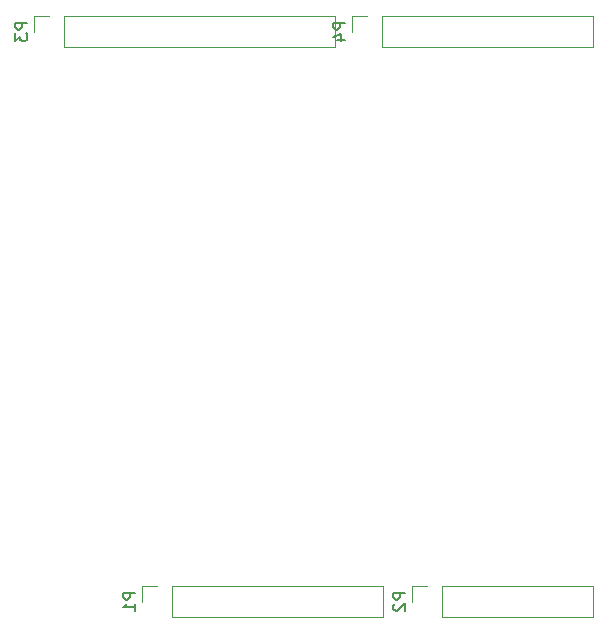
<source format=gbr>
G04 #@! TF.GenerationSoftware,KiCad,Pcbnew,5.1.4-3.fc30*
G04 #@! TF.CreationDate,2019-09-14T16:13:18+02:00*
G04 #@! TF.ProjectId,avr_prog_uno_shiled,6176725f-7072-46f6-975f-756e6f5f7368,1.0*
G04 #@! TF.SameCoordinates,Original*
G04 #@! TF.FileFunction,Legend,Bot*
G04 #@! TF.FilePolarity,Positive*
%FSLAX46Y46*%
G04 Gerber Fmt 4.6, Leading zero omitted, Abs format (unit mm)*
G04 Created by KiCad (PCBNEW 5.1.4-3.fc30) date 2019-09-14 16:13:18*
%MOMM*%
%LPD*%
G04 APERTURE LIST*
%ADD10C,0.120000*%
%ADD11C,0.150000*%
G04 APERTURE END LIST*
D10*
X155388000Y-74235000D02*
X155388000Y-75565000D01*
X156718000Y-74235000D02*
X155388000Y-74235000D01*
X157988000Y-74235000D02*
X157988000Y-76895000D01*
X157988000Y-76895000D02*
X175828000Y-76895000D01*
X157988000Y-74235000D02*
X175828000Y-74235000D01*
X175828000Y-74235000D02*
X175828000Y-76895000D01*
X128464000Y-74235000D02*
X128464000Y-75565000D01*
X129794000Y-74235000D02*
X128464000Y-74235000D01*
X131064000Y-74235000D02*
X131064000Y-76895000D01*
X131064000Y-76895000D02*
X153984000Y-76895000D01*
X131064000Y-74235000D02*
X153984000Y-74235000D01*
X153984000Y-74235000D02*
X153984000Y-76895000D01*
X160468000Y-122495000D02*
X160468000Y-123825000D01*
X161798000Y-122495000D02*
X160468000Y-122495000D01*
X163068000Y-122495000D02*
X163068000Y-125155000D01*
X163068000Y-125155000D02*
X175828000Y-125155000D01*
X163068000Y-122495000D02*
X175828000Y-122495000D01*
X175828000Y-122495000D02*
X175828000Y-125155000D01*
X137608000Y-122495000D02*
X137608000Y-123825000D01*
X138938000Y-122495000D02*
X137608000Y-122495000D01*
X140208000Y-122495000D02*
X140208000Y-125155000D01*
X140208000Y-125155000D02*
X158048000Y-125155000D01*
X140208000Y-122495000D02*
X158048000Y-122495000D01*
X158048000Y-122495000D02*
X158048000Y-125155000D01*
D11*
X154840380Y-74826904D02*
X153840380Y-74826904D01*
X153840380Y-75207857D01*
X153888000Y-75303095D01*
X153935619Y-75350714D01*
X154030857Y-75398333D01*
X154173714Y-75398333D01*
X154268952Y-75350714D01*
X154316571Y-75303095D01*
X154364190Y-75207857D01*
X154364190Y-74826904D01*
X154173714Y-76255476D02*
X154840380Y-76255476D01*
X153792761Y-76017380D02*
X154507047Y-75779285D01*
X154507047Y-76398333D01*
X127916380Y-74826904D02*
X126916380Y-74826904D01*
X126916380Y-75207857D01*
X126964000Y-75303095D01*
X127011619Y-75350714D01*
X127106857Y-75398333D01*
X127249714Y-75398333D01*
X127344952Y-75350714D01*
X127392571Y-75303095D01*
X127440190Y-75207857D01*
X127440190Y-74826904D01*
X126916380Y-75731666D02*
X126916380Y-76350714D01*
X127297333Y-76017380D01*
X127297333Y-76160238D01*
X127344952Y-76255476D01*
X127392571Y-76303095D01*
X127487809Y-76350714D01*
X127725904Y-76350714D01*
X127821142Y-76303095D01*
X127868761Y-76255476D01*
X127916380Y-76160238D01*
X127916380Y-75874523D01*
X127868761Y-75779285D01*
X127821142Y-75731666D01*
X159920380Y-123086904D02*
X158920380Y-123086904D01*
X158920380Y-123467857D01*
X158968000Y-123563095D01*
X159015619Y-123610714D01*
X159110857Y-123658333D01*
X159253714Y-123658333D01*
X159348952Y-123610714D01*
X159396571Y-123563095D01*
X159444190Y-123467857D01*
X159444190Y-123086904D01*
X159015619Y-124039285D02*
X158968000Y-124086904D01*
X158920380Y-124182142D01*
X158920380Y-124420238D01*
X158968000Y-124515476D01*
X159015619Y-124563095D01*
X159110857Y-124610714D01*
X159206095Y-124610714D01*
X159348952Y-124563095D01*
X159920380Y-123991666D01*
X159920380Y-124610714D01*
X137060380Y-123086904D02*
X136060380Y-123086904D01*
X136060380Y-123467857D01*
X136108000Y-123563095D01*
X136155619Y-123610714D01*
X136250857Y-123658333D01*
X136393714Y-123658333D01*
X136488952Y-123610714D01*
X136536571Y-123563095D01*
X136584190Y-123467857D01*
X136584190Y-123086904D01*
X137060380Y-124610714D02*
X137060380Y-124039285D01*
X137060380Y-124325000D02*
X136060380Y-124325000D01*
X136203238Y-124229761D01*
X136298476Y-124134523D01*
X136346095Y-124039285D01*
M02*

</source>
